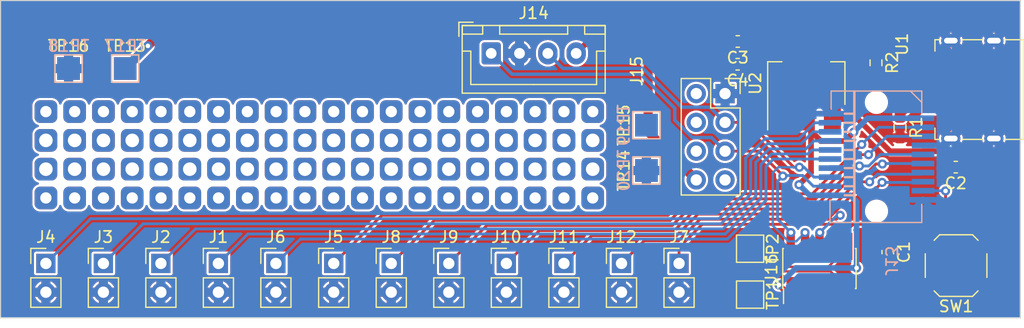
<source format=kicad_pcb>
(kicad_pcb (version 20220427) (generator pcbnew)

  (general
    (thickness 1.6)
  )

  (paper "A4")
  (layers
    (0 "F.Cu" signal)
    (31 "B.Cu" signal)
    (32 "B.Adhes" user "B.Adhesive")
    (33 "F.Adhes" user "F.Adhesive")
    (34 "B.Paste" user)
    (35 "F.Paste" user)
    (36 "B.SilkS" user "B.Silkscreen")
    (37 "F.SilkS" user "F.Silkscreen")
    (38 "B.Mask" user)
    (39 "F.Mask" user)
    (40 "Dwgs.User" user "User.Drawings")
    (41 "Cmts.User" user "User.Comments")
    (42 "Eco1.User" user "User.Eco1")
    (43 "Eco2.User" user "User.Eco2")
    (44 "Edge.Cuts" user)
    (45 "Margin" user)
    (46 "B.CrtYd" user "B.Courtyard")
    (47 "F.CrtYd" user "F.Courtyard")
    (48 "B.Fab" user)
    (49 "F.Fab" user)
    (50 "User.1" user)
    (51 "User.2" user)
    (52 "User.3" user)
    (53 "User.4" user)
    (54 "User.5" user)
    (55 "User.6" user)
    (56 "User.7" user)
    (57 "User.8" user)
    (58 "User.9" user)
  )

  (setup
    (stackup
      (layer "F.SilkS" (type "Top Silk Screen"))
      (layer "F.Paste" (type "Top Solder Paste"))
      (layer "F.Mask" (type "Top Solder Mask") (thickness 0.01))
      (layer "F.Cu" (type "copper") (thickness 0.035))
      (layer "dielectric 1" (type "core") (thickness 1.51) (material "FR4") (epsilon_r 4.5) (loss_tangent 0.02))
      (layer "B.Cu" (type "copper") (thickness 0.035))
      (layer "B.Mask" (type "Bottom Solder Mask") (thickness 0.01))
      (layer "B.Paste" (type "Bottom Solder Paste"))
      (layer "B.SilkS" (type "Bottom Silk Screen"))
      (copper_finish "None")
      (dielectric_constraints no)
    )
    (pad_to_mask_clearance 0)
    (pcbplotparams
      (layerselection 0x00010fc_ffffffff)
      (plot_on_all_layers_selection 0x0000000_00000000)
      (disableapertmacros false)
      (usegerberextensions false)
      (usegerberattributes true)
      (usegerberadvancedattributes true)
      (creategerberjobfile true)
      (dashed_line_dash_ratio 12.000000)
      (dashed_line_gap_ratio 3.000000)
      (svgprecision 4)
      (plotframeref false)
      (viasonmask false)
      (mode 1)
      (useauxorigin false)
      (hpglpennumber 1)
      (hpglpenspeed 20)
      (hpglpendiameter 15.000000)
      (dxfpolygonmode true)
      (dxfimperialunits true)
      (dxfusepcbnewfont true)
      (psnegative false)
      (psa4output false)
      (plotreference true)
      (plotvalue true)
      (plotinvisibletext false)
      (sketchpadsonfab false)
      (subtractmaskfromsilk false)
      (outputformat 1)
      (mirror false)
      (drillshape 0)
      (scaleselection 1)
      (outputdirectory "gerber")
    )
  )

  (net 0 "")
  (net 1 "/nrst")
  (net 2 "GND")
  (net 3 "/host_serial_out")
  (net 4 "/logic1")
  (net 5 "/logic2")
  (net 6 "/logic3")
  (net 7 "/logic4")
  (net 8 "/host_serial_in")
  (net 9 "/logic5")
  (net 10 "/logic6")
  (net 11 "/logic7")
  (net 12 "/logic8")
  (net 13 "/swo")
  (net 14 "+3V3")
  (net 15 "/SWDIO")
  (net 16 "/SWCLK")
  (net 17 "/DBG_RX")
  (net 18 "unconnected-(J15-Pin_4)")
  (net 19 "unconnected-(J15-Pin_6)")
  (net 20 "/DBG_TX")
  (net 21 "Net-(J16-Pin_7)")
  (net 22 "Net-(J16-Pin_8)")
  (net 23 "Net-(U1-VBUS)")
  (net 24 "Net-(U1-CC1)")
  (net 25 "Net-(U1-CC2)")

  (footprint "Connector_PinHeader_2.54mm:PinHeader_1x02_P2.54mm_Vertical" (layer "F.Cu") (at 140.8 78.199236))

  (footprint "Connector_PinHeader_2.54mm:PinHeader_1x02_P2.54mm_Vertical" (layer "F.Cu") (at 130.64 78.199236))

  (footprint "TestPoint:TestPoint_Pad_2.0x2.0mm" (layer "F.Cu") (at 97 61))

  (footprint "Connector_PinHeader_2.54mm:PinHeader_1x02_P2.54mm_Vertical" (layer "F.Cu") (at 105.225 78.2))

  (footprint "Connector_PinHeader_2.54mm:PinHeader_1x02_P2.54mm_Vertical" (layer "F.Cu") (at 135.72 78.199236))

  (footprint "footprints:proto_area_4x4" (layer "F.Cu") (at 110.32 64.8))

  (footprint "Connector_PinHeader_2.54mm:PinHeader_1x02_P2.54mm_Vertical" (layer "F.Cu") (at 90 78.2))

  (footprint "Connector_PinHeader_2.54mm:PinHeader_1x02_P2.54mm_Vertical" (layer "F.Cu") (at 95.075 78.2))

  (footprint "Capacitor_SMD:C_0603_1608Metric_Pad1.08x0.95mm_HandSolder" (layer "F.Cu") (at 164.3 77.2 -90))

  (footprint "Connector_JST:JST_XH_B4B-XH-A_1x04_P2.50mm_Vertical" (layer "F.Cu") (at 129.3 59.66))

  (footprint "TestPoint:TestPoint_Pad_2.0x2.0mm" (layer "F.Cu") (at 152.15 76.9 -90))

  (footprint "footprints:HRO_TYPE-C-31-M-17" (layer "F.Cu") (at 169.865 62.855 90))

  (footprint "TestPoint:TestPoint_Pad_2.0x2.0mm" (layer "F.Cu") (at 143 66 90))

  (footprint "Capacitor_SMD:C_0603_1608Metric_Pad1.08x0.95mm_HandSolder" (layer "F.Cu") (at 151.06 58.61 180))

  (footprint "Connector_PinHeader_2.54mm:PinHeader_1x02_P2.54mm_Vertical" (layer "F.Cu") (at 125.56 78.199236))

  (footprint "Resistor_SMD:R_0603_1608Metric_Pad0.98x0.95mm_HandSolder" (layer "F.Cu") (at 163.26 60.49 -90))

  (footprint "Resistor_SMD:R_0603_1608Metric_Pad0.98x0.95mm_HandSolder" (layer "F.Cu") (at 165.38 66.2 -90))

  (footprint "Package_TO_SOT_SMD:SOT-223-3_TabPin2" (layer "F.Cu") (at 157.11 62.31 90))

  (footprint "TestPoint:TestPoint_Pad_2.0x2.0mm" (layer "F.Cu") (at 92 61))

  (footprint "Connector_PinHeader_1.27mm:PinHeader_2x05_P1.27mm_Vertical_SMD" (layer "F.Cu") (at 158.27 78.65 90))

  (footprint "Connector_PinHeader_2.54mm:PinHeader_1x02_P2.54mm_Vertical" (layer "F.Cu") (at 115.4 78.199236))

  (footprint "footprints:proto_area_4x4" (layer "F.Cu") (at 130.64 64.8))

  (footprint "Connector_PinHeader_2.54mm:PinHeader_1x02_P2.54mm_Vertical" (layer "F.Cu") (at 145.88 78.199236))

  (footprint "Button_Switch_SMD:SW_SPST_SKQG_WithStem" (layer "F.Cu") (at 170.33 78.39 180))

  (footprint "TestPoint:TestPoint_Pad_2.0x2.0mm" (layer "F.Cu") (at 152.15 80.95 -90))

  (footprint "Connector_PinHeader_2.54mm:PinHeader_1x02_P2.54mm_Vertical" (layer "F.Cu") (at 120.48 78.199236))

  (footprint "footprints:proto_area_4x4" (layer "F.Cu") (at 100.16 64.8))

  (footprint "footprints:proto_area_4x4" (layer "F.Cu") (at 120.48 64.8))

  (footprint "Connector_PinHeader_2.54mm:PinHeader_1x02_P2.54mm_Vertical" (layer "F.Cu") (at 100.15 78.2))

  (footprint "Capacitor_SMD:C_0603_1608Metric_Pad1.08x0.95mm_HandSolder" (layer "F.Cu") (at 170.3 69.7 180))

  (footprint "footprints:proto_area_4x4" (layer "F.Cu") (at 90 64.8))

  (footprint "Connector_PinSocket_2.54mm:PinSocket_2x04_P2.54mm_Vertical" (layer "F.Cu") (at 149.94 63.21))

  (footprint "Connector_PinHeader_2.54mm:PinHeader_1x02_P2.54mm_Vertical" (layer "F.Cu") (at 110.3 78.2))

  (footprint "TestPoint:TestPoint_Pad_2.0x2.0mm" (layer "F.Cu") (at 143 70 90))

  (footprint "Capacitor_SMD:C_0603_1608Metric_Pad1.08x0.95mm_HandSolder" (layer "F.Cu") (at 151.05 60.62 180))

  (footprint "TestPoint:TestPoint_Pad_2.0x2.0mm" (layer "B.Cu") (at 143 66 -90))

  (footprint "TestPoint:TestPoint_Pad_2.0x2.0mm" (layer "B.Cu") (at 92 61 180))

  (footprint "TestPoint:TestPoint_Pad_2.0x2.0mm" (layer "B.Cu") (at 97 61 180))

  (footprint "TestPoint:TestPoint_Pad_2.0x2.0mm" (layer "B.Cu") (at 143 70 -90))

  (footprint "footprints:TE_1367073_SFP" (layer "B.Cu") (at 163.300991 63.985 90))

  (gr_line (start 176 55) (end 176 83)
    (stroke (width 0.1) (type default)) (layer "Edge.Cuts") (tstamp 1ed8804f-21d5-41ce-add2-0a54cd0a9a3d))
  (gr_line (start 176 83) (end 86 83)
    (stroke (width 0.1) (type default)) (layer "Edge.Cuts") (tstamp 48584192-1e7b-4ffc-a0d7-124344ca669e))
  (gr_line (start 86 55) (end 176 55)
    (stroke (width 0.1) (type default)) (layer "Edge.Cuts") (tstamp 91740f27-c897-45c4-bf0f-bf64b0d805b9))
  (gr_line (start 86 83) (end 86 55)
    (stroke (width 0.1) (type default)) (layer "Edge.Cuts") (tstamp bc4db15a-5150-4e90-853d-6d06c3f0d601))

  (segment (start 167.23 76.54) (end 169.4 76.54) (width 0.25) (layer "F.Cu") (net 1) (tstamp 0169b890-7e37-441b-b4c3-36d5b3403c2a))
  (segment (start 164.3 76.3375) (end 167.0275 76.3375) (width 0.25) (layer "F.Cu") (net 1) (tstamp 28bef870-7a92-4d90-bdc4-94424e572233))
  (segment (start 147.921985 74.74712) (end 161.24712 74.74712) (width 0.25) (layer "F.Cu") (net 1) (tstamp 2ee864f2-4e60-489c-8f0e-135ff1598406))
  (segment (start 169.4 76.54) (end 169.4 71.8) (width 0.25) (layer "F.Cu") (net 1) (tstamp 2fc01f44-f32f-47f0-838f-f5b310a17518))
  (segment (start 162.70962 74.74712) (end 164.3 76.3375) (width 0.25) (layer "F.Cu") (net 1) (tstamp 5974ae5f-fae5-4681-8261-f5622fe6965d))
  (segment (start 145.88 76.789105) (end 147.921985 74.74712) (width 0.25) (layer "F.Cu") (net 1) (tstamp 5c0feb66-e4ed-48d2-9d37-d931ea0133e9))
  (segment (start 161.24712 74.74712) (end 160.81 75.18424) (width 0.25) (layer "F.Cu") (net 1) (tstamp a9b78237-576e-4930-a09e-0dfce6e754a9))
  (segment (start 160.81 75.18424) (end 160.81 76.7) (width 0.25) (layer "F.Cu") (net 1) (tstamp ab40c742-3f88-47ac-90fa-ff3c8f0e7675))
  (segment (start 161.24712 74.74712) (end 162.70962 74.74712) (width 0.25) (layer "F.Cu") (net 1) (tstamp b1d04668-5606-494b-98aa-ccbbe620085d))
  (segment (start 145.88 78.199236) (end 145.88 76.789105) (width 0.25) (layer "F.Cu") (net 1) (tstamp b3539bfe-8034-41bb-babc-8a3cd41fc0e0))
  (segment (start 173.43 76.54) (end 167.23 76.54) (width 0.5) (layer "F.Cu") (net 1) (tstamp c43dd01f-5c43-4a1c-a225-def5fa79c2c3))
  (segment (start 167.0275 76.3375) (end 167.23 76.54) (width 0.25) (layer "F.Cu") (net 1) (tstamp e6c151ed-82ac-49e6-a47b-550d252a1ae9))
  (via (at 169.4 71.8) (size 0.8) (drill 0.4) (layers "F.Cu" "B.Cu") (net 1) (tstamp 0eea8200-5073-4d35-8239-2b47ae7098b8))
  (segment (start 169.4 71.8) (end 169.385 71.785) (width 0.25) (layer "B.Cu") (net 1) (tstamp d12c3b78-5861-4167-8a3d-8e8e8d8c93f7))
  (segment (start 169.385 71.785) (end 167.415 71.785) (width 0.25) (layer "B.Cu") (net 1) (tstamp eca13729-3cdb-4997-a4c0-b4a58d61f75f))
  (segment (start 169.255 67.785) (end 169.865 67.175) (width 0.5) (layer "B.Cu") (net 2) (tstamp 2a7caa6b-6137-4980-a6ce-36f7d48fadc9))
  (segment (start 159.200991 64.985) (end 157.065 64.985) (width 0.5) (layer "B.Cu") (net 2) (tstamp 2a87eaff-9b9c-4325-9cd8-cb80cb1fa3bd))
  (segment (start 157.05 65) (end 157.065 64.985) (width 0.5) (layer "B.Cu") (net 2) (tstamp 2c39c2be-1a4a-4a78-bc8b-d35873bd3392))
  (segment (start 168.585 72.585) (end 168.9 72.9) (width 0.5) (layer "B.Cu") (net 2) (tstamp 322797d5-1e1b-432a-99f7-ee177468e468))
  (segment (start 167.415 72.585) (end 165.465 72.585) (width 0.5) (layer "B.Cu") (net 2) (tstamp 40bf0d56-9cfb-4e30-9d1c-d354d4a387c2))
  (segment (start 161.135 64.985) (end 161.2 65.05) (width 0.5) (layer "B.Cu") (net 2) (tstamp 865d7a5f-3893-49ed-98cc-66b1afb88d9c))
  (segment (start 159.200991 64.985) (end 161.135 64.985) (width 0.5) (layer "B.Cu") (net 2) (tstamp a7020110-82e6-4189-8885-51acbd4678ed))
  (segment (start 167.415 67.785) (end 169.255 67.785) (width 0.5) (layer "B.Cu") (net 2) (tstamp b0ccbe8a-fd25-4c81-a4e0-78d7c1ecd991))
  (segment (start 160.585 69.785) (end 160.65 69.85) (width 0.5) (layer "B.Cu") (net 2) (tstamp c3023e22-f387-4d76-a9b4-38f7c3702653))
  (segment (start 159.200991 69.785) (end 160.585 69.785) (width 0.5) (layer "B.Cu") (net 2) (tstamp e475572a-e66a-4e6a-8e6d-fd166e28c8b6))
  (segment (start 167.415 72.585) (end 168.585 72.585) (width 0.5) (layer "B.Cu") (net 2) (tstamp f35f108f-f211-48f5-a763-dbd0b1cfaad9))
  (segment (start 165.465 72.585) (end 165.35 72.7) (width 0.5) (layer "B.Cu") (net 2) (tstamp fcc1e47f-14ae-4831-9e89-5a1014db4f25))
  (segment (start 149.958112 75.59904) (end 107.82596 75.59904) (width 0.25) (layer "B.Cu") (net 3) (tstamp 0296c228-2968-4512-a55d-e1f78c15eaa6))
  (segment (start 157.26452 68.53548) (end 154.028803 68.53548) (width 0.25) (layer "B.Cu") (net 3) (tstamp 1155040d-bd24-4e8d-b350-b879018fae3a))
  (segment (start 159.215 68.185) (end 157.615 68.185) (width 0.25) (layer "B.Cu") (net 3) (tstamp 3c61c1b2-d9cd-4013-b3cf-9c5e96285de3))
  (segment (start 107.82596 75.59904) (end 105.225 78.2) (width 0.25) (layer "B.Cu") (net 3) (tstamp 80248fac-2824-43a2-b5aa-caec2c474bba))
  (segment (start 154.028803 68.53548) (end 153.09856 69.465723) (width 0.25) (layer "B.Cu") (net 3) (tstamp ad543360-4c40-4028-9ba6-0743ce608d9e))
  (segment (start 153.09856 72.458592) (end 149.958112 75.59904) (width 0.25) (layer "B.Cu") (net 3) (tstamp ba936edb-c507-4eb8-83ae-a83ee6f73224))
  (segment (start 153.09856 69.465723) (end 153.09856 72.458592) (width 0.25) (layer "B.Cu") (net 3) (tstamp beb0b38d-cf10-40fe-8938-3e1dbbd577fc))
  (segment (start 157.615 68.185) (end 157.26452 68.53548) (width 0.25) (layer "B.Cu") (net 3) (tstamp ff9e435d-363a-4de8-a0f2-976f8f6c76bf))
  (segment (start 153.842606 68.08596) (end 152.64904 69.279526) (width 0.25) (layer "B.Cu") (net 4) (tstamp 00da9318-437d-41cd-93c9-200aee450462))
  (segment (start 149.771914 75.14952) (end 103.20048 75.14952) (width 0.25) (layer "B.Cu") (net 4) (tstamp 4e78fc1b-4bcb-40b6-8aaa-c8f5f264de9d))
  (segment (start 159.215 67.385) (end 157.779283 67.385) (width 0.25) (layer "B.Cu") (net 4) (tstamp 5f1602e0-ebce-4710-86ae-d053b8061c7e))
  (segment (start 152.64904 72.272394) (end 149.771914 75.14952) (width 0.25) (layer "B.Cu") (net 4) (tstamp 78c05ccd-a9f6-4243-a206-7b4987df3ea5))
  (segment (start 157.078323 68.08596) (end 153.842606 68.08596) (width 0.25) (layer "B.Cu") (net 4) (tstamp 798957aa-eb89-476f-b8f8-68a7a5bfe2a2))
  (segment (start 152.64904 69.279526) (end 152.64904 72.272394) (width 0.25) (layer "B.Cu") (net 4) (tstamp 7ddcfa27-fd3b-49a4-bee5-1eb09e02833d))
  (segment (start 157.779283 67.385) (end 157.078323 68.08596) (width 0.25) (layer "B.Cu") (net 4) (tstamp 896e10ea-891d-4942-9544-5613e7edc1ec))
  (segment (start 103.20048 75.14952) (end 100.15 78.2) (width 0.25) (layer "B.Cu") (net 4) (tstamp a955be39-7eb3-4b1e-a6ac-dd0994d5f56e))
  (segment (start 159.215 66.585) (end 157.700717 66.585) (width 0.25) (layer "B.Cu") (net 5) (tstamp 21286271-f9e7-4b05-a87d-ad70995200d1))
  (segment (start 149.585717 74.7) (end 98.575 74.7) (width 0.25) (layer "B.Cu") (net 5) (tstamp 28503133-689a-45b4-8f6e-cdd36e3ae21b))
  (segment (start 153.656409 67.63644) (end 152.19952 69.093329) (width 0.25) (layer "B.Cu") (net 5) (tstamp 486a0a23-1d53-4ff9-a535-b01ddaf36443))
  (segment (start 152.19952 69.093329) (end 152.19952 72.086197) (width 0.25) (layer "B.Cu") (net 5) (tstamp 6ab4908d-85b1-474c-8e8c-c647556c8c7b))
  (segment (start 156.649277 67.63644) (end 153.656409 67.63644) (width 0.25) (layer "B.Cu") (net 5) (tstamp 6c2111c9-6bc9-479c-a122-4d8597a64030))
  (segment (start 152.19952 72.086197) (end 149.585717 74.7) (width 0.25) (layer "B.Cu") (net 5) (tstamp 7aee6427-8933-46bb-aa43-0cde98933cb0))
  (segment (start 157.700717 66.585) (end 156.649277 67.63644) (width 0.25) (layer "B.Cu") (net 5) (tstamp d197511f-45bd-4b75-8bf3-c194306116bc))
  (segment (start 98.575 74.7) (end 95.075 78.2) (width 0.25) (layer "B.Cu") (net 5) (tstamp f17795c3-230c-4813-97e1-5136fd404559))
  (segment (start 156.463079 67.18692) (end 153.470212 67.18692) (width 0.25) (layer "B.Cu") (net 6) (tstamp 14375203-c6fe-45f5-af78-f93b71a9101f))
  (segment (start 151.75 71.9) (end 149.39952 74.25048) (width 0.25) (layer "B.Cu") (net 6) (tstamp 3e77fb09-edac-4c53-9ba9-b48303b36599))
  (segment (start 93.94952 74.25048) (end 90 78.2) (width 0.25) (layer "B.Cu") (net 6) (tstamp 43e522b5-cf4f-4e94-b354-079f14c12e9a))
  (segment (start 149.39952 74.25048) (end 93.94952 74.25048) (width 0.25) (layer "B.Cu") (net 6) (tstamp 750055b6-efa8-4a80-a4a6-fd7c07615ec5))
  (segment (start 153.470212 67.18692) (end 151.75 68.907132) (width 0.25) (layer "B.Cu") (net 6) (tstamp 893d45ef-a146-4a3d-a7bc-86c063a62d15))
  (segment (start 159.200991 65.785) (end 157.864999 65.785) (width 0.25) (layer "B.Cu") (net 6) (tstamp 95743811-c920-4c1e-bc47-a2c276b364ba))
  (segment (start 157.864999 65.785) (end 156.463079 67.18692) (width 0.25) (layer "B.Cu") (net 6) (tstamp 9b4ca58e-b765-49eb-aaff-0f629d35a97d))
  (segment (start 151.75 68.907132) (end 151.75 71.9) (width 0.25) (layer "B.Cu") (net 6) (tstamp ba3065c6-e6d0-4562-b3e8-e54fc23751df))
  (segment (start 119.646836 73.9524) (end 115.4 78.199236) (width 0.25) (layer "F.Cu") (net 7) (tstamp 7ee189f0-9195-43b5-849e-0179009816ce))
  (segment (start 144.9024 73.9524) (end 119.646836 73.9524) (width 0.25) (layer "F.Cu") (net 7) (tstamp 823e832a-a3b1-4ab3-897c-5c377110a8d2))
  (segment (start 162 67.7) (end 157.65 72.05) (width 0.25) (layer "F.Cu") (net 7) (tstamp 8d93c2c1-9a70-46b2-9714-ca26dcfd401f))
  (segment (start 157.65 72.05) (end 146.8048 72.05) (width 0.25) (layer "F.Cu") (net 7) (tstamp c1e0a402-0180-4a94-a8aa-e3dc7793c517))
  (segment (start 146.8048 72.05) (end 144.9024 73.9524) (width 0.25) (layer "F.Cu") (net 7) (tstamp cbdd7954-3a86-415c-936a-dbbc8833874f))
  (via (at 162 67.7) (size 0.8) (drill 0.4) (layers "F.Cu" "B.Cu") (net 7) (tstamp b1b2a3f8-0309-436d-84ca-7ec4e1f58eb4))
  (segment (start 163.515 66.185) (end 167.400991 66.185) (width 0.25) (layer "B.Cu") (net 7) (tstamp 5fcfaedf-c703-4024-a1b7-ffa912456233))
  (segment (start 162 67.7) (end 163.515 66.185) (width 0.25) (layer "B.Cu") (net 7) (tstamp d8c6a606-cdf1-4be5-99d3-88df1ac2ef5b))
  (segment (start 154.215 68.985) (end 153.54808 69.65192) (width 0.25) (layer "B.Cu") (net 8) (tstamp 1d4ee93a-41aa-4377-acb2-9bd9293cfcd9))
  (segment (start 153.54808 72.644789) (end 150.144309 76.04856) (width 0.25) (layer "B.Cu") (net 8) (tstamp 3f2a83a2-a0a7-463f-8c8b-c7f3a3f88f9e))
  (segment (start 153.54808 69.65192) (end 153.54808 72.644789) (width 0.25) (layer "B.Cu") (net 8) (tstamp 4554dd80-e14d-458a-88be-244d13427159))
  (segment (start 150.144309 76.04856) (end 112.45144 76.04856) (width 0.25) (layer "B.Cu") (net 8) (tstamp 56968cee-b58c-444c-b40f-4712b00c5fdc))
  (segment (start 159.200991 68.985) (end 154.215 68.985) (width 0.25) (layer "B.Cu") (net 8) (tstamp be0208c2-1f11-449c-a592-fa554485ef4a))
  (segment (start 112.45144 76.04856) (end 110.3 78.2) (width 0.25) (layer "B.Cu") (net 8) (tstamp e6251bba-9092-4bb0-af52-b08b1d68d8d9))
  (segment (start 159.014282 71.361104) (end 159.014282 71.414282) (width 0.25) (layer "F.Cu") (net 9) (tstamp 0508eedc-6b34-464b-80af-f77813256600))
  (segment (start 124.277316 74.40192) (end 120.48 78.199236) (width 0.25) (layer "F.Cu") (net 9) (tstamp 0ccf963a-46bd-4e28-8eea-11eea488565a))
  (segment (start 145.088597 74.40192) (end 124.277316 74.40192) (width 0.25) (layer "F.Cu") (net 9) (tstamp 118cb8d0-21f6-4cb6-8026-016b6560e8e7))
  (segment (start 161.775386 68.6) (end 159.014282 71.361104) (width 0.25) (layer "F.Cu") (net 9) (tstamp 1396865e-e0a3-475c-ac14-33970076609e))
  (segment (start 159.014282 71.414282) (end 157.929044 72.49952) (width 0.25) (layer "F.Cu") (net 9) (tstamp 4b3ba971-0fa1-49c7-9805-6e9bb1458e88))
  (segment (start 146.990998 72.49952) (end 145.088597 74.40192) (width 0.25) (layer "F.Cu") (net 9) (tstamp 50b0d6f3-7c5b-47ae-84c3-be9b31773316))
  (segment (start 162.6 68.6) (end 161.775386 68.6) (width 0.25) (layer "F.Cu") (net 9) (tstamp 69adedb6-3c2a-4b99-98ab-2bd0615a08bc))
  (segment (start 157.929044 72.49952) (end 146.990998 72.49952) (width 0.25) (layer "F.Cu") (net 9) (tstamp f6fb81dd-1ce9-420a-a953-440be51fcb65))
  (via (at 162.6 68.6) (size 0.8) (drill 0.4) (layers "F.Cu" "B.Cu") (net 9) (tstamp 4e2dc28a-9a88-4583-910d-2eff95a3d373))
  (segment (start 164.215 66.985) (end 167.415 66.985) (width 0.25) (layer "B.Cu") (net 9) (tstamp 0f8117a6-2455-47ef-8452-170611239a0a))
  (segment (start 162.6 68.6) (end 164.215 66.985) (width 0.25) (layer "B.Cu") (net 9) (tstamp 81c70506-5bb0-4faa-9ed2-a310dae784a4))
  (segment (start 161.8 69.6) (end 161.464282 69.6) (width 0.25) (layer "F.Cu") (net 10) (tstamp 110b08d8-2214-48c2-baa6-d54ffb8ca4d5))
  (segment (start 128.907796 74.85144) (end 125.56 78.199236) (width 0.25) (layer "F.Cu") (net 10) (tstamp 240bf82e-7c24-4447-9ba7-73fd1f544b04))
  (segment (start 145.274794 74.85144) (end 128.907796 74.85144) (width 0.25) (layer "F.Cu") (net 10) (tstamp 9539a15e-bc39-4a30-b0a7-a6f78d021d88))
  (segment (start 161.464282 69.6) (end 158.115241 72.94904) (width 0.25) (layer "F.Cu") (net 10) (tstamp 9bb13ab8-9638-4c02-8f42-59939cf3ae5b))
  (segment (start 158.115241 72.94904) (end 147.177196 72.94904) (width 0.25) (layer "F.Cu") (net 10) (tstamp b35569ed-f1ff-49c7-a691-5f8f29eb4755))
  (segment (start 147.177196 72.94904) (end 145.274794 74.85144) (width 0.25) (layer "F.Cu") (net 10) (tstamp bde2b47f-fdc9-4bcc-ba6e-d0a1a418eadb))
  (via (at 161.8 69.6) (size 0.8) (drill 0.4) (layers "F.Cu" "B.Cu") (net 10) (tstamp 986f90d1-976f-497f-821e-98f219dc99f1))
  (segment (start 167.415 68.585) (end 163.639614 68.585) (width 0.25) (layer "B.Cu") (net 10) (tstamp 0cbd72fd-3ceb-41d4-9de9-5233167c6f2f))
  (segment (start 162.624614 69.6) (end 161.8 69.6) (width 0.25) (layer "B.Cu") (net 10) (tstamp 1831fd9f-ff13-4a63-8728-6a2e52a5c0b2))
  (segment (start 163.639614 68.585) (end 162.624614 69.6) (width 0.25) (layer "B.Cu") (net 10) (tstamp 4b7cbc74-7e66-42ff-9aa8-c7a14ea07e73))
  (segment (start 133.538276 75.30096) (end 130.64 78.199236) (width 0.25) (layer "F.Cu") (net 11) (tstamp 1a917a1c-dc76-4b11-a74a-e3aff95013a6))
  (segment (start 147.363393 73.39856) (end 145.460994 75.300959) (width 0.25) (layer "F.Cu") (net 11) (tstamp 3d0388b2-81da-498b-8546-0b5cd9ffa170))
  (segment (start 163.25078 69.424606) (end 162.124906 70.55048) (width 0.25) (layer "F.Cu") (net 11) (tstamp 5193ee71-ec91-48e1-b82a-0229baee29df))
  (segment (start 158.301438 73.39856) (end 147.363393 73.39856) (width 0.25) (layer "F.Cu") (net 11) (tstamp 9601aa46-f883-46c5-87aa-5aa10851b0bd))
  (segment (start 145.460994 75.300959) (end 133.538276 75.30096) (width 0.25) (layer "F.Cu") (net 11) (tstamp 9d89c7cd-37d7-495b-a8c4-95ccb57f4174))
  (segment (start 161.14952 70.55048) (end 158.301438 73.39856) (width 0.25) (layer "F.Cu") (net 11) (tstamp b11e015c-b72d-4402-9d36-69c9fca08de8))
  (segment (start 162.124906 70.55048) (end 161.14952 70.55048) (width 0.25) (layer "F.Cu") (net 11) (tstamp dd90e928-690a-4f30-a031-e1899a189e4a))
  (segment (start 163.824606 69.424606) (end 163.25078 69.424606) (width 0.25) (layer "F.Cu") (net 11) (tstamp ea504677-6a0f-4ccf-b457-67cfdb7baddd))
  (via (at 163.824606 69.424606) (size 0.8) (drill 0.4) (layers "F.Cu" "B.Cu") (net 11) (tstamp 5cae4eec-75fd-4f9a-b5c5-b88fc5b14d84))
  (segment (start 167.400991 69.385) (end 163.864212 69.385) (width 0.25) (layer "B.Cu") (net 11) (tstamp 424209cb-09e0-41ce-a323-e7cac3746435))
  (segment (start 163.864212 69.385) (end 163.824606 69.424606) (width 0.25) (layer "B.Cu") (net 11) (tstamp 78527fb9-cac6-48db-bd78-74915071fdb9))
  (segment (start 145.647191 75.750479) (end 138.168756 75.75048) (width 0.25) (layer "F.Cu") (net 12) (tstamp 215a356e-7ae2-4ae5-a2ef-64c2e4269eab))
  (segment (start 158.75192 73.84808) (end 147.549591 73.84808) (width 0.25) (layer "F.Cu") (net 12) (tstamp 52ac963c-f0ea-4697-a33b-c26785233d63))
  (segment (start 161.6 71) (end 158.75192 73.84808) (width 0.25) (layer "F.Cu") (net 12) (tstamp 7892b8da-48cd-41dd-bef2-76f20414e97d))
  (segment (start 147.549591 73.84808) (end 145.647191 75.750479) (width 0.25) (layer "F.Cu") (net 12) (tstamp c504c33e-1bc5-4998-a8c1-441cfd6f53ef))
  (segment (start 162.7 71) (end 161.6 71) (width 0.25) (layer "F.Cu") (net 12) (tstamp f38ee7ac-0ade-4db8-9f06-c7bd867d7474))
  (segment (start 138.168756 75.75048) (end 135.72 78.199236) (width 0.25) (layer "F.Cu") (net 12) (tstamp f896811b-f005-4e8b-8612-52ed8c700c9a))
  (via (at 162.7 71) (size 0.8) (drill 0.4) (layers "F.Cu" "B.Cu") (net 12) (tstamp 3e2c87cc-2caa-427e-848d-7b664967a663))
  (segment (start 163.375489 70.324511) (end 167.26148 70.324511) (width 0.25) (layer "B.Cu") (net 12) (tstamp 126ae8f6-98c9-4b74-a109-d16a53d56ab8))
  (segment (start 167.26148 70.324511) (end 167.400991 70.185) (width 0.25) (layer "B.Cu") (net 12) (tstamp 452efe68-4bfc-4bd3-ba32-a375e11d254f))
  (segment (start 162.7 71) (end 163.375489 70.324511) (width 0.25) (layer "B.Cu") (net 12) (tstamp 512ee965-a387-4aec-8594-1f34754651b7))
  (segment (start 159.7524 74.2976) (end 160.1 73.95) (width 0.25) (layer "F.Cu") (net 13) (tstamp 01877ac2-bea0-43b6-b686-02900eb16e3e))
  (segment (start 145.833388 76.199999) (end 142.799237 76.199999) (width 0.25) (layer "F.Cu") (net 13) (tstamp 473bae88-8f60-428d-9003-e98478621dc8))
  (segment (start 159.0024 74.2976) (end 159.7524 74.2976) (width 0.25) (layer "F.Cu") (net 13) (tstamp 5abc988b-1e30-4a54-add1-18d289e574f8))
  (segment (start 163.049011 71.8) (end 161.5 71.8) (width 0.25) (layer "F.Cu") (net 13) (tstamp 5d091950-a1e2-47df-8d29-195599737d88))
  (segment (start 147.735789 74.2976) (end 145.833388 76.199999) (width 0.25) (layer "F.Cu") (net 13) (tstamp 5ec7fc3f-202a-490c-be60-ae1b2bb5fff2))
  (segment (start 161.5 71.8) (end 159.0024 74.2976) (width 0.25) (layer "F.Cu") (net 13) (tstamp 6147f070-2705-4baa-81be-e19ffdba7770))
  (segment (start 163.8 71.049011) (end 163.049011 71.8) (width 0.25) (layer "F.Cu") (net 13) (tstamp 99a3e020-0592-4e1e-8b12-999fc2d1e5cd))
  (segment (start 142.799237 76.199999) (end 140.8 78.199236) (width 0.25) (layer "F.Cu") (net 13) (tstamp ad5b5a32-d67b-49bd-92b7-7c6ac659ca55))
  (segment (start 159.0024 74.2976) (end 147.735789 74.2976) (width 0.25) (layer "F.Cu") (net 13) (tstamp de60f773-ad92-4311-b966-3d0bb6d57a2b))
  (via (at 158.3 75.47162) (size 0.8) (drill 0.4) (layers "F.Cu" "B.Cu") (net 13) (tstamp 3e5d8bd9-300d-4332-aeb4-f3ca5762c50d))
  (via (at 163.8 71.049011) (size 0.8) (drill 0.4) (layers "F.Cu" "B.Cu") (net 13) (tstamp b2ea184e-d9ca-4674-b462-e49f90225233))
  (via (at 160.1 73.95) (size 0.8) (drill 0.4) (layers "F.Cu" "B.Cu") (net 13) (tstamp f1db3cc2-f2a9-4c1d-bcfd-854f6c7eff45))
  (segment (start 159.82162 73.95) (end 158.3 75.47162) (width 0.25) (layer "B.Cu") (net 13) (tstamp 2d45b33e-9583-428e-9437-c147577f6d72))
  (segment (start 160.1 73.95) (end 159.82162 73.95) (width 0.25) (layer "B.Cu") (net 13) (tstamp 5c46a291-c1f6-4acb-9ec2-d8de3f4d84b0))
  (segment (start 167.415 70.985) (end 167.350989 71.049011) (width 0.25) (layer "B.Cu") (net 13) (tstamp 9e2a07c8-d64e-4bab-b9ea-eb7b16eeb342))
  (segment (start 167.350989 71.049011) (end 163.8 71.049011) (width 0.25) (layer "B.Cu") (net 13) (tstamp a3b6c54b-1569-40d2-b38b-a05304897cb2))
  (segment (start 152.01 58.61) (end 149.2 55.8) (width 0.5) (layer "F.Cu") (net 14) (tstamp 133eb34c-a0c9-4f3b-ac8c-75671146360b))
  (segment (start 143.3 65.7) (end 143.3 57) (width 0.5) (layer "F.Cu") (net 14) (tstamp 1d33358e-6401-4f3c-af1e-48e2250f2405))
  (segment (start 155.2 80.6) (end 154.7 80.1) (width 0.5) (layer "F.Cu") (net 14) (tstamp 20612aac-2e15-4a5b-84f9-01d625048493))
  (segment (start 157.526191 65.876191) (end 157.11 65.46) (width 0.5) (layer "F.Cu") (net 14) (tstamp 26003691-a799-4814-8279-b2f1e0027e01))
  (segment (start 156.462701 71.25154) (end 157.526191 70.18805) (width 0.5) (layer "F.Cu") (net 14) (tstamp 27ca34b8-64ac-43c9-b7bd-32988b10e48a))
  (segment (start 157.526191 70.18805) (end 157.526191 65.876191) (width 0.5) (layer "F.Cu") (net 14) (tstamp 2e1ccb4f-2a5c-444c-a55a-36e2f57f2403))
  (segment (start 151.9225 58.61) (end 152.59 58.61) (width 0.5) (layer "F.Cu") (net 14) (tstamp 38e9378f-e445-4e58-a5c9-e901a28c7799))
  (segment (start 160.5 67.4) (end 161.3 66.6) (width 0.5) (layer "F.Cu") (net 14) (tstamp 3f5f4c78-3325-4382-8282-0a4ffa4731ab))
  (segment (start 97 61) (end 99 59) (width 0.8) (layer "F.Cu") (net 14) (tstamp 40476061-d7cf-40ef-b9ee-95d1925733b6))
  (segment (start 149.1125 55.8) (end 151.9225 58.61) (width 0.8) (layer "F.Cu") (net 14) (tstamp 574d26b7-177b-4f1c-99f1-594e248c1892))
  (segment (start 102.2 55.8) (end 149.1125 55.8) (width 0.8) (layer "F.Cu") (net 14) (tstamp 68e03642-1156-4b2f-91bf-c074c0bf4e10))
  (segment (start 143.3 57) (end 143.3 56) (width 0.5) (layer "F.Cu") (net 14) (tstamp 709ffdc6-04fa-451d-bff5-c36cd436969a))
  (segment (start 153.5 60.5) (end 153.38 60.62) (width 0.5) (layer "F.Cu") (net 14) (tstamp 72463ac2-5ba7-48ab-a625-e84b9ba302ab))
  (segment (start 143 55.9) (end 143.1 55.8) (width 0.5) (layer "F.Cu") (net 14) (tstamp 729bed01-25e1-4a1b-9f2a-30d726db7b04))
  (segment (start 99 59) (end 102.2 55.8) (width 0.8) (layer "F.Cu") (net 14) (tstamp 783a2dfc-8c4c-46fa-a24f-b3cb3bfe4c04))
  (segment (start 143 66.43) (end 143 66) (width 0.8) (layer "F.Cu") (net 14) (tstamp 7960fbb7-6857-42a2-bff0-28f1040fd53a))
  (segment (start 151.9125 60.62) (end 153.38 60.62) (width 0.5) (layer "F.Cu") (net 14) (tstamp 9d9c49fa-88ae-4b3c-81b4-23f3af8b3281))
  (segment (start 147.4 70.83) (end 143 66.43) (width 0.8) (layer "F.Cu") (net 14) (tstamp a00f516a-f60b-48f7-bb4e-5c3bd1d58cf0))
  (segment (start 152.59 58.61) (end 153.11 58.61) (width 0.5) (layer "F.Cu") (net 14) (tstamp a31af30e-4879-4034-aa29-6c22307c3a87))
  (segment (start 158.4 67.4) (end 160.5 67.4) (width 0.5) (layer "F.Cu") (net 14) (tstamp ac2ed9b4-a03c-46ef-a4b5-a48e8ad4e785))
  (segment (start 157.11 65.46) (end 157.11 59.16) (width 0.5) (layer "F.Cu") (net 14) (tstamp adf71ff7-75b2-47e6-b217-a604b7d968ee))
  (segment (start 143 66) (end 143 55.9) (width 0.5) (layer "F.Cu") (net 14) (tstamp b030741a-3e86-4b0d-9b31-c305bece97bf))
  (segment (start 143 66) (end 143.3 65.7) (width 0.5) (layer "F.Cu") (net 14) (tstamp bc718037-1b48-4239-861d-a9b29e8495d7))
  (segment (start 149.2 55.8) (end 143.3 55.8) (width 0.5) (layer "F.Cu") (net 14) (tstamp c19953c6-a0ff-4cac-9e20-3298099995c3))
  (segment (start 152.59 58.61) (end 152.01 58.61) (width 0.5) (layer "F.Cu") (net 14) (tstamp c5c95921-dcdd-4cc3-af33-48c8f5e0411b))
  (segment (start 157.11 66.11) (end 158.4 67.4) (width 0.5) (layer "F.Cu") (net 14) (tstamp cb663248-c60f-4d0d-a6c0-8f848bd02d34))
  (segment (start 153.11 58.61) (end 153.5 59) (width 0.5) (layer "F.Cu") (net 14) (tstamp cebbc11b-1351-4575-bdbc-35514b68d37a))
  (segment (start 155.73 80.6) (end 155.2 80.6) (width 0.5) (layer "F.Cu") (net 14) (tstamp d0416f42-7a6e-4eb3-b3ce-923037b20676))
  (segment (start 143.3 55.8) (end 143.3 57) (width 0.5) (layer "F.Cu") (net 14) (tstamp d102c144-bee2-45e9-a5f9-076febf0c980))
  (segment (start 143.1 55.8) (end 140.66 55.8) (width 0.5) (layer "F.Cu") (net 14) (tstamp d4669300-8e7e-495c-bcff-d6d5300de354))
  (segment (start 157.11 65.46) (end 157.11 66.11) (width 0.5) (layer "F.Cu") (net 14) (tstamp dbb7002e-d946-4180-a393-62875c465e8d))
  (segment (start 143.3 56) (end 143.1 55.8) (width 0.5) (layer "F.Cu") (net 14) (tstamp e9a3ff3c-e8be-4ac8-a456-95e93f8d91c8))
  (segment (start 161.55 78.6) (end 161.5 78.65) (width 0.5) (layer "F.Cu") (net 14) (tstamp ed150704-bdae-4b04-9044-43cb6808883c))
  (segment (start 140.66 55.8) (end 136.8 59.66) (width 0.5) (layer "F.Cu") (net 14) (tstamp ee1d3d6f-15a4-42f4-9e1e-ce455a2cea52))
  (segment (start 161.629511 78.679511) (end 161.55 78.6) (width 0.5) (layer "F.Cu") (net 14) (tstamp f8e7e563-98c0-401f-8584-f4b606217b1f))
  (via (at 161.3 66.6) (size 0.8) (drill 0.4) (layers "F.Cu" "B.Cu") (net 14) (tstamp 07130282-9a8e-46ac-b00f-0f720187dfb4))
  (via (at 161.55 78.6) (size 0.8) (drill 0.4) (layers "F.Cu" "B.Cu") (net 14) (tstamp 481d6295-9ea1-4d81-809f-f4cff0f42452))
  (via (at 154.7 80.1) (size 0.8) (drill 0.4) (layers "F.Cu" "B.Cu") (net 14) (tstamp 52e1c13a-6116-4222-b28a-73c9de7b9f81))
  (via (at 156.462701 71.25154) (size 0.8) (drill 0.4) (layers "F.Cu" "B.Cu") (net 14) (tstamp b08b2c3f-6a00-448a-8428-b10d02fe534c))
  (via (at 99 59) (size 0.8) (drill 0.4) (layers "F.Cu" "B.Cu") (net 14) (tstamp e712a9ea-3fff-46b1-8c9a-03b71774ac24))
  (segment (start 162.515 65.385) (end 167.400991 65.385) (width 0.5) (layer "B.Cu") (net 14) (tstamp 656c6741-958b-42e3-a50b-c4d203c6d2b7))
  (segment (start 97 61) (end 99 59) (width 0.8) (layer "B.Cu") (net 14) (tstamp 66a39f4c-7fb5-4f0f-a6ed-01a46ae8d0b8))
  (segment (start 157.396161 72.185) (end 159.215 72.185) (width 0.5) (layer "B.Cu") (net 14) (tstamp 7822d46b-b1b6-4ba9-85b5-52e61759c566))
  (segment (start 159.215 72.185) (end 160.985 72.185) (width 0.5) (layer "B.Cu") (net 14) (tstamp 87e6e902-6e6c-4b4c-b265-eecc427ab61d))
  (segment (start 154.7 80.1) (end 156.2 78.6) (width 0.5) (layer "B.Cu") (net 14) (tstamp a531cc23-9c39-4d34-9286-7d642412261f))
  (segment (start 160.985 72.185) (end 161.3 72.5) (width 0.5) (layer "B.Cu") (net 14) (tstamp a7ca75cb-f10c-481e-b8b4-3a47ae05b069))
  (segment (start 161.3 72.5) (end 161.55 72.75) (width 0.5) (layer "B.Cu") (net 14) (tstamp d15e057f-5305-4fb9-a4ec-20c358af2b1a))
  (segment (start 156.462701 71.25154) (end 157.396161 72.185) (width 0.5) (layer "B.Cu") (net 14) (tstamp d271e0c9-c349-4aab-808b-3f7eda3bfd6f))
  (segment (start 161.3 66.6) (end 162.515 65.385) (width 0.5) (layer "B.Cu") (net 14) (tstamp d4942a69-a864-4600-a7aa-c70b7008c40e))
  (segment (start 156.2 78.6) (end 161.55 78.6) (width 0.5) (layer "B.Cu") (net 14) (tstamp dd928ff9-b3f3-4957-9fed-48bd4ae3cd15))
  (segment (start 161.55 72.75) (end 161.55 78.6) (width 0.5) (layer "B.Cu") (net 14) (tstamp f258c373-11cc-43b6-83a7-8fd0373c3780))
  (segment (start 155.73 75.49162) (end 155.73 76.7) (width 0.25) (layer "F.Cu") (net 15) (tstamp 0f9bea98-8a56-4dc4-bf2a-c212e4971407))
  (segment (start 152.89 68.29) (end 149.94 68.29) (width 0.25) (layer "F.Cu") (net 15) (tstamp 22b32668-b355-4964-81af-7c4f7c2cc81a))
  (segment (start 155.75 75.47162) (end 155.73 75.49162) (width 0.25) (layer "F.Cu") (net 15) (tstamp 84142ad1-2f01-4ca8-a5ab-b2799c02b2de))
  (segment (start 155.039242 70.439242) (end 152.89 68.29) (width 0.25) (layer "F.Cu") (net 15) (tstamp b22d79b1-ee08-4284-b34d-a55279fe82d1))
  (segment (start 155.039242 70.489242) (end 155.039242 70.439242) (width 0.25) (layer "F.Cu") (net 15) (tstamp e26ee5b0-b35e-4058-9a74-861c38ffa86d))
  (via (at 155.75 75.47162) (size 0.8) (drill 0.4) (layers "F.Cu" "B.Cu") (net 15) (tstamp 094929ee-8dee-4958-8ff5-117f2acab5f5))
  (via (at 155.039242 70.489242) (size 0.8) (drill 0.4) (layers "F.Cu" "B.Cu") (net 15) (tstamp 0cdd26bc-22db-40ea-92ab-e8977a3f80dd))
  (segment (start 145.5 64.506428) (end 142.493572 61.5) (width 0.3) (layer "B.Cu") (net 15) (tstamp 34fd9fb4-d708-4ddf-9741-1a8678a6885f))
  (segment (start 155.088743 70.439741) (end 156.789741 70.439741) (width 0.25) (layer "B.Cu") (net 15) (tstamp 45b0db8e-341d-4c97-82cd-8a75d544b9a1))
  (segment (start 142.493572 61.5) (end 131.14 61.5) (width 0.3) (layer "B.Cu") (net 15) (tstamp 6a37bf85-26a6-4284-aeb1-ea882ba6c06c))
  (segment (start 131.14 61.5) (end 129.3 59.66) (width 0.3) (layer "B.Cu") (net 15) (tstamp 7e9c084e-df7b-4a85-8ca1-4df37b4fa67b))
  (segment (start 155.039242 70.489242) (end 155.088743 70.439741) (width 0.25) (layer "B.Cu") (net 15) (tstamp 9751d02e-fed6-4737-a0e7-da6d354cd3c5))
  (segment (start 155.75 75.47162) (end 154.57452 74.29614) (width 0.25) (layer "B.Cu") (net 15) (tstamp c238d7ee-ae6f-4d0d-88d8-070ad5b2b6b5))
  (segment (start 154.57452 74.29614) (end 154.57452 70.953964) (width 0.25) (layer "B.Cu") (net 15) (tstamp c94b87e9-679d-4b58-8646-64510833caf4))
  (segment (start 149.94 68.29) (end 148.740489 67.090489) (width 0.3) (layer "B.Cu") (net 15) (tstamp cb4f7dcb-ee8f-4817-bac8-742312f84f87))
  (segment (start 147.044123 67.090489) (end 145.5 65.546366) (width 0.3) (layer "B.Cu") (net 15) (tstamp d256550e-6bb0-4bdb-b149-bc338c0955ce))
  (segment (start 157.735 71.385) (end 159.215 71.385) (width 0.25) (layer "B.Cu") (net 15) (tstamp d3e5898d-b450-4afd-bdb4-11f3349ca68f))
  (segment (start 148.740489 67.090489) (end 147.044123 67.090489) (width 0.3) (layer "B.Cu") (net 15) (tstamp d747a580-c2bc-47c8-ac07-c75d875172b5))
  (segment (start 145.5 65.546366) (end 145.5 64.506428) (width 0.3) (layer "B.Cu") (net 15) (tstamp ec50e7c5-f015-4a14-af4b-cbf83a6dd1f7))
  (segment (start 156.789741 70.439741) (end 157.735 71.385) (width 0.25) (layer "B.Cu") (net 15) (tstamp f05e4d6b-2b17-42d1-b4ab-9cd6bdd4e282))
  (segment (start 154.57452 70.953964) (end 155.039242 70.489242) (width 0.25) (layer "B.Cu") (net 15) (tstamp ff63307f-385c-4e84-ae73-e281de9988a6))
  (segment (start 157 76.7) (end 157 75.47162) (width 0.2) (layer "F.Cu") (net 16) (tstamp 102a2cb5-936a-4999-b314-e328ec2f10d4))
  (segment (start 152.05 65.75) (end 149.94 65.75) (width 0.25) (layer "F.Cu") (net 16) (tstamp 122607d4-a34d-4f41-9b9b-b869e42d030f))
  (segment (start 156.0095 69.7095) (end 152.05 65.75) (width 0.25) (layer "F.Cu") (net 16) (tstamp 33b1dd78-421b-4915-b54d-afafb03c6481))
  (segment (start 156.5 69.7095) (end 156.0095 69.7095) (width 0.25) (layer "F.Cu") (net 16) (tstamp 682f47ad-0e9c-4716-96cc-e8f8d95094d9))
  (via (at 156.5 69.7095) (size 0.8) (drill 0.4) (layers "F.Cu" "B.Cu") (net 16) (tstamp 58a4b078-d629-4348-a1a5-0451a979d22d))
  (via (at 157 75.47162) (size 0.8) (drill 0.4) (layers "F.Cu" "B.Cu") (net 16) (tstamp b85283ff-4501-4fc5-94e6-6304ee544d1b))
  (segment (start 135.62452 60.98452) (end 134.3 59.66) (width 0.3) (layer "B.Cu") (net 16) (tstamp 1b1b61c3-38b5-46d7-8250-157308224fc6))
  (segment (start 156.5 69.7095) (end 156.9095 69.7095) (width 0.25) (layer "B.Cu") (net 16) (tstamp 1bbe562a-bd5e-4190-9616-d2788a2eeb17))
  (segment (start 156.9095 69.7095) (end 157.785 70.585) (width 0.25) (layer "B.Cu") (net 16) (tstamp 2142dded-62ff-4add-85b3-dee5188a8d68))
  (segment (start 146.109511 64.409511) (end 142.68452 60.98452) (width 0.3) (layer "B.Cu") (net 16) (tstamp 27c3bb7e-b446-4646-973c-05015ed74e3d))
  (segment (start 155.538632 76.249511) (end 156.222109 76.249511) (width 0.2) (layer "B.Cu") (net 16) (tstamp 4722f183-1d94-41a0-85e8-98f397ecc07f))
  (segment (start 157.785 70.585) (end 159.215 70.585) (width 0.25) (layer "B.Cu") (net 16) (tstamp 5dc61f89-c640-49d5-a062-59c479b4f476))
  (segment (start 154.15 74.860879) (end 155.538632 76.249511) (width 0.2) (layer "B.Cu") (net 16) (tstamp 755321a5-2fe9-4eb4-98ad-7f748c4f965e))
  (segment (start 154.15 70.2) (end 154.15 74.860879) (width 0.2) (layer "B.Cu") (net 16) (tstamp 83b58f29-545f-4aea-8a73-c0e92157cd97))
  (segment (start 142.68452 60.98452) (end 135.62452 60.98452) (width 0.3) (layer "B.Cu") (net 16) (tstamp a6aa17c0-1095-42a8-a0d2-d4a658c19584))
  (segment (start 156.222109 76.249511) (end 157 75.47162) (width 0.2) (layer "B.Cu") (net 16) (tstamp ab9dbcd7-e6e1-4af4-bd78-79eca55a81bb))
  (segment (start 154.6405 69.7095) (end 154.15 70.2) (width 0.2) (layer "B.Cu") (net 16) (tstamp b16ed547-b39a-45df-bbf9-f7ecef072e6c))
  (segment (start 156.5 69.7095) (end 154.6405 69.7095) (width 0.2) (layer "B.Cu") (net 16) (tstamp b5a1f6c6-fa7a-43fe-874a-f7b738167257))
  (segment (start 149.94 65.75) (end 148.599511 64.409511) (width 0.3) (layer "B.Cu") (net 16) (tstamp ec254a26-e3e8-44a4-b6f5-baac683161b2))
  (segment (start 148.599511 64.409511) (end 146.109511 64.409511) (width 0.3) (layer "B.Cu") (net 16) (tstamp f80fbebd-9c24-4316-be4a-5ebb337320ab))
  (segment (start 159.54 79.19) (end 159.232503 78.882503) (width 0.2) (layer "F.Cu") (net 21) (tstamp 04409c79-2bb3-498a-b4d1-5258edf4f74a))
  (segment (start 159.232503 78.882503) (end 159.215487 78.899519) (width 0.2) (layer "F.Cu") (net 21) (tstamp 4f9771bd-d822-48fb-abf8-ab93055da15a))
  (segment (start 154.200481 78.899519) (end 152.15 80.95) (width 0.2) (layer "F.Cu") (net 21) (tstamp 76a193f7-6b49-429a-9de2-cb2ae86300ea))
  (segment (start 159.215487 78.899519) (end 154.200481 78.899519) (width 0.2) (layer "F.Cu") (net 21) (tstamp b70ddd82-bcb8-4fbe-ae28-932319bc5921))
  (segment (start 159.54 80.6) (end 159.54 79.19) (width 0.2) (layer "F.Cu") (net 21) (tstamp ef6c2b8b-3ce2-44a8-a6c6-4221a4cb42a4))
  (segment (start 159.54 78.01) (end 159.54 76.7) (width 0.2) (layer "F.Cu") (net 22) (tstamp 238c353d-ea96-45bb-8d64-c275307b15cb))
  (segment (start 159.05 78.5) (end 159.54 78.01) (width 0.2) (layer "F.Cu") (net 22) (tstamp 8e714bfe-1fbc-4764-b2b0-f63adca1355f))
  (segment (start 153.75 78.5) (end 159.05 78.5) (width 0.2) (layer "F.Cu") (net 22) (tstamp 99e72630-dbbc-4fae-b77e-e00f6ef4ebfe))
  (segment (start 152.15 76.9) (end 153.75 78.5) (width 0.2) (layer "F.Cu") (net 22) (tstamp cafaa075-36f4-4e36-887e-598c9a98be94))
  (segment (start 169.875 64.375) (end 171.5 66) (width 0.5) (layer "F.Cu") (net 23) (tstamp 003abb4e-3d5e-40cb-a792-f4503e20d418))
  (segment (start 171.5 66) (end 171.5 69.3625) (width 0.5) (layer "F.Cu") (net 23) (tstamp 10a23399-6076-4b87-9411-84d046ba6130))
  (segment (start 164.5 68.3) (end 169.7625 68.3) (width 0.5) (layer "F.Cu") (net 23) (tstamp 44e0a35a-0db7-4e4d-8717-18792808e12d))
  (segment (start 171.5 69.3625) (end 171.1625 69.7) (width 0.5) (layer "F.Cu") (net 23) (tstamp 585cb0de-4ffe-484f-84eb-d3d63f1ea22e))
  (segment (start 168.685 61.335) (end 170.835 61.335) (width 0.5) (layer "F.Cu") (net 23) (tstamp a0bb5d68-f8e6-4a6c-9de0-b8e242eff8a7))
  (segment (start 170.835 61.335) (end 171.5 62) (width 0.5) (layer "F.Cu") (net 23) (tstamp ad3ae06b-cdd0-45b2-bcaf-7d014221035b))
  (segment (start 168.685 64.375) (end 169.875 64.375) (width 0.5) (layer "F.Cu") (net 23) (tstamp b4b00e84-743d-43f3-8edb-3973c60e70cf))
  (segment (start 159.41 65.46) (end 161.66 65.46) (width 0.5) (layer "F.Cu") (net 23) (tstamp b6498377-7819-48e9-b146-12874983a051))
  (segment (start 169.7625 68.3) (end 171.1625 69.7) (width 0.5) (layer "F.Cu") (net 23) (tstamp ec1e4767-3c90-4b59-ba4e-4e61d17158a3))
  (segment (start 161.66 65.46) (end 164.5 68.3) (width 0.5) (laye
... [434794 chars truncated]
</source>
